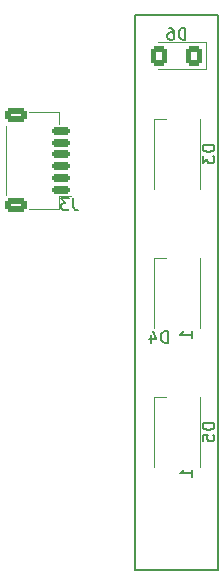
<source format=gbr>
%TF.GenerationSoftware,KiCad,Pcbnew,8.0.7*%
%TF.CreationDate,2024-12-24T11:10:27-06:00*%
%TF.ProjectId,room_environment_monitor,726f6f6d-5f65-46e7-9669-726f6e6d656e,rev?*%
%TF.SameCoordinates,Original*%
%TF.FileFunction,Legend,Bot*%
%TF.FilePolarity,Positive*%
%FSLAX46Y46*%
G04 Gerber Fmt 4.6, Leading zero omitted, Abs format (unit mm)*
G04 Created by KiCad (PCBNEW 8.0.7) date 2024-12-24 11:10:27*
%MOMM*%
%LPD*%
G01*
G04 APERTURE LIST*
G04 Aperture macros list*
%AMRoundRect*
0 Rectangle with rounded corners*
0 $1 Rounding radius*
0 $2 $3 $4 $5 $6 $7 $8 $9 X,Y pos of 4 corners*
0 Add a 4 corners polygon primitive as box body*
4,1,4,$2,$3,$4,$5,$6,$7,$8,$9,$2,$3,0*
0 Add four circle primitives for the rounded corners*
1,1,$1+$1,$2,$3*
1,1,$1+$1,$4,$5*
1,1,$1+$1,$6,$7*
1,1,$1+$1,$8,$9*
0 Add four rect primitives between the rounded corners*
20,1,$1+$1,$2,$3,$4,$5,0*
20,1,$1+$1,$4,$5,$6,$7,0*
20,1,$1+$1,$6,$7,$8,$9,0*
20,1,$1+$1,$8,$9,$2,$3,0*%
G04 Aperture macros list end*
%ADD10C,0.150000*%
%ADD11C,0.120000*%
%ADD12C,2.200000*%
%ADD13O,1.066800X1.701800*%
%ADD14R,0.850000X1.600000*%
%ADD15RoundRect,0.150000X0.625000X-0.150000X0.625000X0.150000X-0.625000X0.150000X-0.625000X-0.150000X0*%
%ADD16RoundRect,0.250000X0.650000X-0.350000X0.650000X0.350000X-0.650000X0.350000X-0.650000X-0.350000X0*%
%ADD17RoundRect,0.250001X0.462499X0.624999X-0.462499X0.624999X-0.462499X-0.624999X0.462499X-0.624999X0*%
G04 APERTURE END LIST*
D10*
X6500000Y21900000D02*
X13500000Y21900000D01*
X6500000Y68900000D02*
X6500000Y21900000D01*
X13500000Y68900000D02*
X6500000Y68900000D01*
X13500000Y21900000D02*
X13500000Y68900000D01*
X9238094Y41145181D02*
X9238094Y42145181D01*
X9238094Y42145181D02*
X8999999Y42145181D01*
X8999999Y42145181D02*
X8857142Y42097562D01*
X8857142Y42097562D02*
X8761904Y42002324D01*
X8761904Y42002324D02*
X8714285Y41907086D01*
X8714285Y41907086D02*
X8666666Y41716610D01*
X8666666Y41716610D02*
X8666666Y41573753D01*
X8666666Y41573753D02*
X8714285Y41383277D01*
X8714285Y41383277D02*
X8761904Y41288039D01*
X8761904Y41288039D02*
X8857142Y41192800D01*
X8857142Y41192800D02*
X8999999Y41145181D01*
X8999999Y41145181D02*
X9238094Y41145181D01*
X7809523Y41811848D02*
X7809523Y41145181D01*
X8047618Y42192800D02*
X8285713Y41478515D01*
X8285713Y41478515D02*
X7666666Y41478515D01*
X11329819Y41564286D02*
X11329819Y42135714D01*
X11329819Y41850000D02*
X10329819Y41850000D01*
X10329819Y41850000D02*
X10472676Y41945238D01*
X10472676Y41945238D02*
X10567914Y42040476D01*
X10567914Y42040476D02*
X10615533Y42135714D01*
X1253333Y53385181D02*
X1253333Y52670896D01*
X1253333Y52670896D02*
X1300952Y52528039D01*
X1300952Y52528039D02*
X1396190Y52432800D01*
X1396190Y52432800D02*
X1539047Y52385181D01*
X1539047Y52385181D02*
X1634285Y52385181D01*
X872380Y53385181D02*
X253333Y53385181D01*
X253333Y53385181D02*
X586666Y53004229D01*
X586666Y53004229D02*
X443809Y53004229D01*
X443809Y53004229D02*
X348571Y52956610D01*
X348571Y52956610D02*
X300952Y52908991D01*
X300952Y52908991D02*
X253333Y52813753D01*
X253333Y52813753D02*
X253333Y52575658D01*
X253333Y52575658D02*
X300952Y52480420D01*
X300952Y52480420D02*
X348571Y52432800D01*
X348571Y52432800D02*
X443809Y52385181D01*
X443809Y52385181D02*
X729523Y52385181D01*
X729523Y52385181D02*
X824761Y52432800D01*
X824761Y52432800D02*
X872380Y52480420D01*
X13204819Y57888095D02*
X12204819Y57888095D01*
X12204819Y57888095D02*
X12204819Y57650000D01*
X12204819Y57650000D02*
X12252438Y57507143D01*
X12252438Y57507143D02*
X12347676Y57411905D01*
X12347676Y57411905D02*
X12442914Y57364286D01*
X12442914Y57364286D02*
X12633390Y57316667D01*
X12633390Y57316667D02*
X12776247Y57316667D01*
X12776247Y57316667D02*
X12966723Y57364286D01*
X12966723Y57364286D02*
X13061961Y57411905D01*
X13061961Y57411905D02*
X13157200Y57507143D01*
X13157200Y57507143D02*
X13204819Y57650000D01*
X13204819Y57650000D02*
X13204819Y57888095D01*
X12204819Y56983333D02*
X12204819Y56364286D01*
X12204819Y56364286D02*
X12585771Y56697619D01*
X12585771Y56697619D02*
X12585771Y56554762D01*
X12585771Y56554762D02*
X12633390Y56459524D01*
X12633390Y56459524D02*
X12681009Y56411905D01*
X12681009Y56411905D02*
X12776247Y56364286D01*
X12776247Y56364286D02*
X13014342Y56364286D01*
X13014342Y56364286D02*
X13109580Y56411905D01*
X13109580Y56411905D02*
X13157200Y56459524D01*
X13157200Y56459524D02*
X13204819Y56554762D01*
X13204819Y56554762D02*
X13204819Y56840476D01*
X13204819Y56840476D02*
X13157200Y56935714D01*
X13157200Y56935714D02*
X13109580Y56983333D01*
X13204819Y34338095D02*
X12204819Y34338095D01*
X12204819Y34338095D02*
X12204819Y34100000D01*
X12204819Y34100000D02*
X12252438Y33957143D01*
X12252438Y33957143D02*
X12347676Y33861905D01*
X12347676Y33861905D02*
X12442914Y33814286D01*
X12442914Y33814286D02*
X12633390Y33766667D01*
X12633390Y33766667D02*
X12776247Y33766667D01*
X12776247Y33766667D02*
X12966723Y33814286D01*
X12966723Y33814286D02*
X13061961Y33861905D01*
X13061961Y33861905D02*
X13157200Y33957143D01*
X13157200Y33957143D02*
X13204819Y34100000D01*
X13204819Y34100000D02*
X13204819Y34338095D01*
X12204819Y32861905D02*
X12204819Y33338095D01*
X12204819Y33338095D02*
X12681009Y33385714D01*
X12681009Y33385714D02*
X12633390Y33338095D01*
X12633390Y33338095D02*
X12585771Y33242857D01*
X12585771Y33242857D02*
X12585771Y33004762D01*
X12585771Y33004762D02*
X12633390Y32909524D01*
X12633390Y32909524D02*
X12681009Y32861905D01*
X12681009Y32861905D02*
X12776247Y32814286D01*
X12776247Y32814286D02*
X13014342Y32814286D01*
X13014342Y32814286D02*
X13109580Y32861905D01*
X13109580Y32861905D02*
X13157200Y32909524D01*
X13157200Y32909524D02*
X13204819Y33004762D01*
X13204819Y33004762D02*
X13204819Y33242857D01*
X13204819Y33242857D02*
X13157200Y33338095D01*
X13157200Y33338095D02*
X13109580Y33385714D01*
X11329819Y29814286D02*
X11329819Y30385714D01*
X11329819Y30100000D02*
X10329819Y30100000D01*
X10329819Y30100000D02*
X10472676Y30195238D01*
X10472676Y30195238D02*
X10567914Y30290476D01*
X10567914Y30290476D02*
X10615533Y30385714D01*
X10750594Y66815181D02*
X10750594Y67815181D01*
X10750594Y67815181D02*
X10512499Y67815181D01*
X10512499Y67815181D02*
X10369642Y67767562D01*
X10369642Y67767562D02*
X10274404Y67672324D01*
X10274404Y67672324D02*
X10226785Y67577086D01*
X10226785Y67577086D02*
X10179166Y67386610D01*
X10179166Y67386610D02*
X10179166Y67243753D01*
X10179166Y67243753D02*
X10226785Y67053277D01*
X10226785Y67053277D02*
X10274404Y66958039D01*
X10274404Y66958039D02*
X10369642Y66862800D01*
X10369642Y66862800D02*
X10512499Y66815181D01*
X10512499Y66815181D02*
X10750594Y66815181D01*
X9322023Y67815181D02*
X9512499Y67815181D01*
X9512499Y67815181D02*
X9607737Y67767562D01*
X9607737Y67767562D02*
X9655356Y67719943D01*
X9655356Y67719943D02*
X9750594Y67577086D01*
X9750594Y67577086D02*
X9798213Y67386610D01*
X9798213Y67386610D02*
X9798213Y67005658D01*
X9798213Y67005658D02*
X9750594Y66910420D01*
X9750594Y66910420D02*
X9702975Y66862800D01*
X9702975Y66862800D02*
X9607737Y66815181D01*
X9607737Y66815181D02*
X9417261Y66815181D01*
X9417261Y66815181D02*
X9322023Y66862800D01*
X9322023Y66862800D02*
X9274404Y66910420D01*
X9274404Y66910420D02*
X9226785Y67005658D01*
X9226785Y67005658D02*
X9226785Y67243753D01*
X9226785Y67243753D02*
X9274404Y67338991D01*
X9274404Y67338991D02*
X9322023Y67386610D01*
X9322023Y67386610D02*
X9417261Y67434229D01*
X9417261Y67434229D02*
X9607737Y67434229D01*
X9607737Y67434229D02*
X9702975Y67386610D01*
X9702975Y67386610D02*
X9750594Y67338991D01*
X9750594Y67338991D02*
X9798213Y67243753D01*
D11*
%TO.C,D4*%
X8050000Y48300000D02*
X9125000Y48300000D01*
X8050000Y42400000D02*
X8050000Y48300000D01*
X11950000Y42400000D02*
X11950000Y48300000D01*
%TO.C,J3*%
X-4435000Y53660000D02*
X-4435000Y59540000D01*
X-2465000Y60710000D02*
X35000Y60710000D01*
X-2465000Y52490000D02*
X35000Y52490000D01*
X35000Y60710000D02*
X35000Y59660000D01*
X35000Y53540000D02*
X1025000Y53540000D01*
X35000Y52490000D02*
X35000Y53540000D01*
%TO.C,D3*%
X8050000Y60100000D02*
X9125000Y60100000D01*
X8050000Y54200000D02*
X8050000Y60100000D01*
X11950000Y54200000D02*
X11950000Y60100000D01*
%TO.C,D5*%
X8050000Y36550000D02*
X9125000Y36550000D01*
X8050000Y30650000D02*
X8050000Y36550000D01*
X11950000Y30650000D02*
X11950000Y36550000D01*
%TO.C,D6*%
X8412500Y66585000D02*
X12472500Y66585000D01*
X12472500Y66585000D02*
X12472500Y64315000D01*
X12472500Y64315000D02*
X8412500Y64315000D01*
%TD*%
%LPC*%
D12*
%TO.C,H1*%
X2500000Y2800000D03*
%TD*%
D13*
%TO.C,P1*%
X14269999Y-1400003D03*
X5730001Y-1400003D03*
%TD*%
D12*
%TO.C,H2*%
X17500000Y2800000D03*
%TD*%
%TO.C,H3*%
X3500000Y69000000D03*
%TD*%
D14*
%TO.C,D4*%
X10875000Y43600000D03*
X9125000Y43600000D03*
X9125000Y47100000D03*
X10875000Y47100000D03*
%TD*%
D15*
%TO.C,J3*%
X250000Y54100000D03*
X250000Y55100000D03*
X250000Y56100000D03*
X250000Y57100000D03*
X250000Y58100000D03*
X250000Y59100000D03*
D16*
X-3625000Y52800000D03*
X-3625000Y60400000D03*
%TD*%
D14*
%TO.C,D3*%
X10875000Y55400000D03*
X9125000Y55400000D03*
X9125000Y58900000D03*
X10875000Y58900000D03*
%TD*%
%TO.C,D5*%
X10875000Y31850000D03*
X9125000Y31850000D03*
X9125000Y35350000D03*
X10875000Y35350000D03*
%TD*%
D17*
%TO.C,D6*%
X11500000Y65450000D03*
X8525000Y65450000D03*
%TD*%
%LPD*%
M02*

</source>
